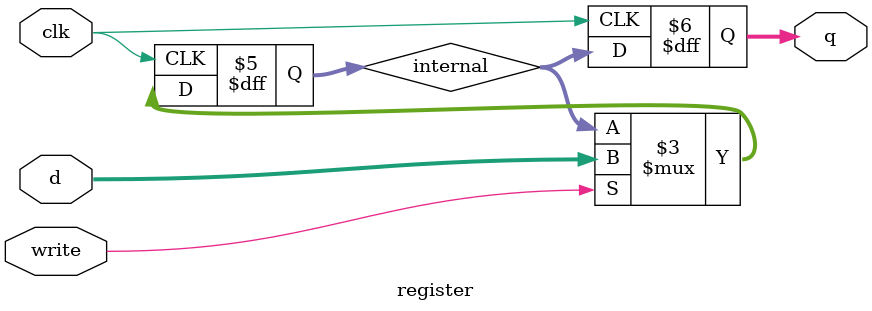
<source format=v>



module register(clk, d, write, q);
	parameter width = 32;
	
	input wire [width - 1:0] d;
	input write, clk;
	
	output reg [width - 1:0] q;
	
	reg [width - 1:0] internal;
	
	// write internal register to output on positive edge
	always @ (posedge clk) begin
		q <= internal;
	end
	
	// on negative edge of the clock,write the data to the internal register
	// 
	always @ (negedge clk) begin
		if(write)
			internal <= d;
	end

endmodule
</source>
